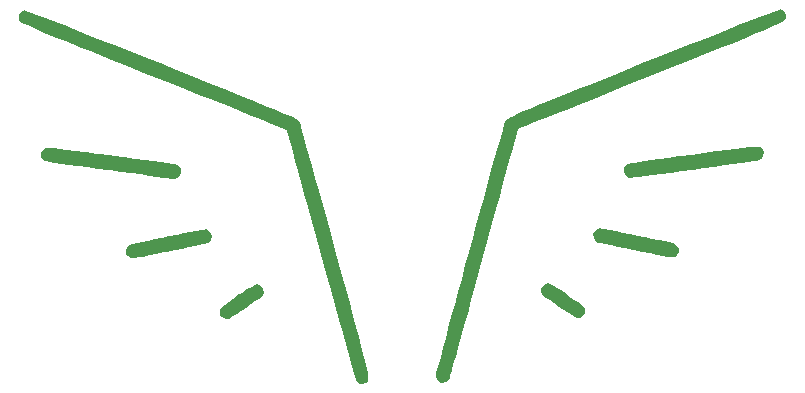
<source format=gbr>
%TF.GenerationSoftware,KiCad,Pcbnew,7.0.1-3b83917a11~171~ubuntu22.04.1*%
%TF.CreationDate,2023-03-24T21:35:45-04:00*%
%TF.ProjectId,whisper_plate,77686973-7065-4725-9f70-6c6174652e6b,v1.0.0*%
%TF.SameCoordinates,Original*%
%TF.FileFunction,Legend,Bot*%
%TF.FilePolarity,Positive*%
%FSLAX46Y46*%
G04 Gerber Fmt 4.6, Leading zero omitted, Abs format (unit mm)*
G04 Created by KiCad (PCBNEW 7.0.1-3b83917a11~171~ubuntu22.04.1) date 2023-03-24 21:35:45*
%MOMM*%
%LPD*%
G01*
G04 APERTURE LIST*
G04 APERTURE END LIST*
%TO.C,G\u002A\u002A\u002A*%
G36*
X242617400Y-98273315D02*
G01*
X242804607Y-98447922D01*
X242905927Y-98695274D01*
X242903426Y-98968194D01*
X242779167Y-99219502D01*
X242754518Y-99236866D01*
X242586292Y-99320492D01*
X242265529Y-99463788D01*
X241795805Y-99665290D01*
X241180696Y-99923536D01*
X240423777Y-100237060D01*
X239528623Y-100604398D01*
X238498810Y-101024087D01*
X237337914Y-101494662D01*
X236049509Y-102014660D01*
X234637172Y-102582615D01*
X233104477Y-103197065D01*
X231455000Y-103856545D01*
X230337187Y-104302928D01*
X229060999Y-104812605D01*
X227835897Y-105301932D01*
X226670728Y-105767374D01*
X225574341Y-106205394D01*
X224555583Y-106612455D01*
X223623304Y-106985021D01*
X222786351Y-107319556D01*
X222053572Y-107612523D01*
X221433816Y-107860387D01*
X220935930Y-108059610D01*
X220568763Y-108206656D01*
X220341163Y-108297990D01*
X220261978Y-108330074D01*
X220260705Y-108333470D01*
X220228276Y-108445804D01*
X220154412Y-108709961D01*
X220041761Y-109116300D01*
X219892970Y-109655181D01*
X219710688Y-110316964D01*
X219497563Y-111092009D01*
X219256241Y-111970677D01*
X218989372Y-112943327D01*
X218699603Y-114000319D01*
X218389582Y-115132014D01*
X218061956Y-116328771D01*
X217719374Y-117580950D01*
X217364483Y-118878912D01*
X217300030Y-119114675D01*
X216946114Y-120407977D01*
X216604191Y-121655314D01*
X216276973Y-122846900D01*
X215967170Y-123972953D01*
X215677492Y-125023687D01*
X215410651Y-125989318D01*
X215169356Y-126860063D01*
X214956319Y-127626138D01*
X214774249Y-128277757D01*
X214625858Y-128805137D01*
X214513857Y-129198493D01*
X214440954Y-129448042D01*
X214409862Y-129544000D01*
X214314794Y-129649700D01*
X214132357Y-129774980D01*
X214086800Y-129795481D01*
X213813139Y-129825820D01*
X213551998Y-129730421D01*
X213354206Y-129538519D01*
X213270591Y-129279346D01*
X213278910Y-129231615D01*
X213326896Y-129030115D01*
X213414740Y-128684588D01*
X213539231Y-128206797D01*
X213697159Y-127608508D01*
X213885314Y-126901483D01*
X214100485Y-126097488D01*
X214339462Y-125208287D01*
X214599034Y-124245643D01*
X214875990Y-123221321D01*
X215167120Y-122147085D01*
X215469214Y-121034699D01*
X215779060Y-119895927D01*
X216093449Y-118742535D01*
X216409171Y-117586285D01*
X216723013Y-116438942D01*
X217031767Y-115312270D01*
X217332221Y-114218034D01*
X217621165Y-113167997D01*
X217895388Y-112173924D01*
X218151680Y-111247579D01*
X218386831Y-110400725D01*
X218597630Y-109645129D01*
X218780866Y-108992552D01*
X218933329Y-108454760D01*
X219051808Y-108043518D01*
X219133093Y-107770588D01*
X219173974Y-107647735D01*
X219174862Y-107645765D01*
X219196141Y-107607731D01*
X219230600Y-107567253D01*
X219285822Y-107521154D01*
X219369390Y-107466260D01*
X219488890Y-107399394D01*
X219651902Y-107317382D01*
X219866012Y-107217047D01*
X220138803Y-107095215D01*
X220477858Y-106948709D01*
X220890760Y-106774355D01*
X221385094Y-106568977D01*
X221968442Y-106329399D01*
X222648389Y-106052446D01*
X223432517Y-105734943D01*
X224328410Y-105373713D01*
X225343651Y-104965582D01*
X226485825Y-104507374D01*
X227762514Y-103995913D01*
X229181302Y-103428025D01*
X230749773Y-102800533D01*
X230756639Y-102797786D01*
X232088657Y-102265486D01*
X233379299Y-101750728D01*
X234619657Y-101257016D01*
X235800829Y-100787853D01*
X236913908Y-100346745D01*
X237949990Y-99937193D01*
X238900170Y-99562703D01*
X239755544Y-99226778D01*
X240507205Y-98932921D01*
X241146250Y-98684636D01*
X241663774Y-98485428D01*
X242050871Y-98338800D01*
X242298637Y-98248255D01*
X242398167Y-98217297D01*
X242617400Y-98273315D01*
G37*
G36*
X178617088Y-98333057D02*
G01*
X178865173Y-98423728D01*
X179252566Y-98570475D01*
X179770361Y-98769791D01*
X180409649Y-99018172D01*
X181161524Y-99312115D01*
X182017081Y-99648115D01*
X182967411Y-100022666D01*
X184003608Y-100432266D01*
X185116765Y-100873408D01*
X186297976Y-101342589D01*
X187538334Y-101836304D01*
X188828931Y-102351049D01*
X190160862Y-102883319D01*
X191143101Y-103276415D01*
X192782850Y-103933641D01*
X194270840Y-104531443D01*
X195610847Y-105071372D01*
X196806643Y-105554980D01*
X197862003Y-105983820D01*
X198780701Y-106359442D01*
X199566509Y-106683399D01*
X200223202Y-106957243D01*
X200754553Y-107182524D01*
X201164337Y-107360796D01*
X201456326Y-107493609D01*
X201634295Y-107582515D01*
X201702017Y-107629067D01*
X201707752Y-107643832D01*
X201754167Y-107794341D01*
X201841624Y-108095383D01*
X201967421Y-108537243D01*
X202128859Y-109110201D01*
X202323238Y-109804541D01*
X202547856Y-110610545D01*
X202800016Y-111518495D01*
X203077015Y-112518674D01*
X203376154Y-113601363D01*
X203694733Y-114756846D01*
X204030051Y-115975404D01*
X204379409Y-117247321D01*
X204740107Y-118562878D01*
X204848327Y-118957896D01*
X205267201Y-120486361D01*
X205644023Y-121861655D01*
X205980649Y-123092024D01*
X206278935Y-124185713D01*
X206540737Y-125150969D01*
X206767913Y-125996038D01*
X206962318Y-126729167D01*
X207125809Y-127358602D01*
X207260242Y-127892589D01*
X207367474Y-128339375D01*
X207449361Y-128707206D01*
X207507759Y-129004328D01*
X207544526Y-129238987D01*
X207561516Y-129419430D01*
X207560587Y-129553904D01*
X207543596Y-129650653D01*
X207512397Y-129717926D01*
X207468849Y-129763967D01*
X207414807Y-129797024D01*
X207352128Y-129825343D01*
X207282667Y-129857169D01*
X207154094Y-129905717D01*
X206862799Y-129897600D01*
X206593467Y-129725652D01*
X206584305Y-129709941D01*
X206528087Y-129555950D01*
X206430371Y-129246787D01*
X206292939Y-128788749D01*
X206117570Y-128188132D01*
X205906045Y-127451233D01*
X205660145Y-126584349D01*
X205381649Y-125593777D01*
X205072338Y-124485813D01*
X204733993Y-123266754D01*
X204368393Y-121942897D01*
X203977320Y-120520538D01*
X203562553Y-119005975D01*
X203482446Y-118712928D01*
X203129341Y-117421680D01*
X202789128Y-116178337D01*
X202464449Y-114992519D01*
X202157947Y-113873847D01*
X201872265Y-112831942D01*
X201610045Y-111876425D01*
X201373929Y-111016917D01*
X201166561Y-110263038D01*
X200990583Y-109624408D01*
X200848637Y-109110649D01*
X200743366Y-108731382D01*
X200677413Y-108496227D01*
X200653420Y-108414804D01*
X200595835Y-108391410D01*
X200389982Y-108308754D01*
X200043232Y-108169853D01*
X199564432Y-107978244D01*
X198962431Y-107737463D01*
X198246077Y-107451047D01*
X197424219Y-107122531D01*
X196505705Y-106755453D01*
X195499382Y-106353349D01*
X194414099Y-105919755D01*
X193258705Y-105458208D01*
X192042047Y-104972244D01*
X190772974Y-104465400D01*
X189460334Y-103941211D01*
X188729812Y-103649346D01*
X187130617Y-103009244D01*
X185649757Y-102414808D01*
X184290807Y-101867502D01*
X183057343Y-101368790D01*
X181952940Y-100920136D01*
X180981173Y-100523004D01*
X180145619Y-100178859D01*
X179449852Y-99889164D01*
X178897448Y-99655383D01*
X178491982Y-99478981D01*
X178237030Y-99361422D01*
X178136167Y-99304169D01*
X178020669Y-99087319D01*
X178003543Y-98814533D01*
X178092541Y-98561260D01*
X178269728Y-98374677D01*
X178517167Y-98301964D01*
X178517217Y-98301964D01*
X178617088Y-98333057D01*
G37*
G36*
X240702846Y-109865162D02*
G01*
X240753966Y-109886480D01*
X240957626Y-110068619D01*
X241051610Y-110337148D01*
X241015819Y-110642167D01*
X241010027Y-110657939D01*
X240868127Y-110852221D01*
X240597308Y-110987326D01*
X240591496Y-110989141D01*
X240435378Y-111021999D01*
X240128225Y-111074508D01*
X239685562Y-111144389D01*
X239122915Y-111229363D01*
X238455811Y-111327152D01*
X237699775Y-111435478D01*
X236870333Y-111552062D01*
X235983010Y-111674626D01*
X235053334Y-111800892D01*
X234939288Y-111816236D01*
X234020778Y-111938723D01*
X233151008Y-112052826D01*
X232344853Y-112156711D01*
X231617192Y-112248548D01*
X230982901Y-112326504D01*
X230456860Y-112388747D01*
X230053944Y-112433447D01*
X229789032Y-112458770D01*
X229677000Y-112462885D01*
X229516762Y-112401328D01*
X229304056Y-112206726D01*
X229196152Y-111944710D01*
X229208042Y-111664084D01*
X229354716Y-111413654D01*
X229360586Y-111408054D01*
X229414902Y-111371425D01*
X229504596Y-111334303D01*
X229641721Y-111294765D01*
X229838328Y-111250888D01*
X230106467Y-111200748D01*
X230458191Y-111142423D01*
X230905551Y-111073987D01*
X231460598Y-110993519D01*
X232135383Y-110899094D01*
X232941958Y-110788789D01*
X233892373Y-110660681D01*
X234998681Y-110512845D01*
X235953380Y-110386208D01*
X237000354Y-110249136D01*
X237896185Y-110134281D01*
X238650014Y-110040604D01*
X239270983Y-109967067D01*
X239768232Y-109912633D01*
X240150902Y-109876263D01*
X240428133Y-109856920D01*
X240609068Y-109853566D01*
X240702846Y-109865162D01*
G37*
G36*
X180659593Y-109952357D02*
G01*
X181009211Y-109982787D01*
X181471813Y-110031040D01*
X182056507Y-110098135D01*
X182772401Y-110185090D01*
X183628604Y-110292927D01*
X184634222Y-110422664D01*
X185798366Y-110575320D01*
X186025360Y-110605329D01*
X186954314Y-110729378D01*
X187833934Y-110848783D01*
X188649393Y-110961413D01*
X189385867Y-111065136D01*
X190028530Y-111157822D01*
X190562556Y-111237338D01*
X190973120Y-111301553D01*
X191245398Y-111348336D01*
X191364563Y-111375555D01*
X191534566Y-111498337D01*
X191686683Y-111701271D01*
X191707402Y-111750435D01*
X191731243Y-112035158D01*
X191611069Y-112300480D01*
X191365334Y-112500502D01*
X191192876Y-112562151D01*
X191026667Y-112571652D01*
X191022431Y-112570669D01*
X190897824Y-112550893D01*
X190621936Y-112511235D01*
X190209502Y-112453699D01*
X189675259Y-112380294D01*
X189033943Y-112293024D01*
X188300290Y-112193896D01*
X187489035Y-112084917D01*
X186614916Y-111968092D01*
X185692667Y-111845429D01*
X185601752Y-111833354D01*
X184677830Y-111709309D01*
X183799546Y-111589047D01*
X182982185Y-111474809D01*
X182241037Y-111368838D01*
X181591387Y-111273378D01*
X181048523Y-111190672D01*
X180627731Y-111122962D01*
X180344299Y-111072491D01*
X180213514Y-111041503D01*
X180185375Y-111028948D01*
X179971345Y-110850231D01*
X179866906Y-110603860D01*
X179872132Y-110338956D01*
X179987097Y-110104644D01*
X180211874Y-109950045D01*
X180262876Y-109940885D01*
X180413851Y-109938729D01*
X180659593Y-109952357D01*
G37*
G36*
X227187011Y-116760246D02*
G01*
X227343512Y-116783929D01*
X227637415Y-116836250D01*
X228045651Y-116912613D01*
X228545150Y-117008424D01*
X229112842Y-117119089D01*
X229725659Y-117240013D01*
X230360529Y-117366602D01*
X230994383Y-117494260D01*
X231604153Y-117618394D01*
X232166768Y-117734409D01*
X232659158Y-117837710D01*
X233058255Y-117923704D01*
X233340987Y-117987794D01*
X233523271Y-118060069D01*
X233739986Y-118258857D01*
X233851824Y-118519980D01*
X233843234Y-118797463D01*
X233698667Y-119045333D01*
X233538551Y-119156141D01*
X233328389Y-119214667D01*
X233327408Y-119214660D01*
X233197505Y-119197248D01*
X232922131Y-119148979D01*
X232521137Y-119073706D01*
X232014376Y-118975284D01*
X231421698Y-118857567D01*
X230762956Y-118724409D01*
X230058000Y-118579667D01*
X230013195Y-118570398D01*
X229319695Y-118427099D01*
X228681206Y-118295462D01*
X228116194Y-118179270D01*
X227643126Y-118082309D01*
X227280468Y-118008364D01*
X227046685Y-117961222D01*
X226960244Y-117944667D01*
X226859676Y-117883239D01*
X226734622Y-117721916D01*
X226630310Y-117523722D01*
X226586667Y-117352000D01*
X226590520Y-117291365D01*
X226695457Y-117029811D01*
X226906369Y-116835457D01*
X227172793Y-116759333D01*
X227187011Y-116760246D01*
G37*
G36*
X193802507Y-116847896D02*
G01*
X194061174Y-116954003D01*
X194253383Y-117167270D01*
X194328667Y-117436667D01*
X194325109Y-117500530D01*
X194213509Y-117768505D01*
X193951740Y-117973632D01*
X193548345Y-118108557D01*
X193495990Y-118119406D01*
X193247564Y-118171155D01*
X192867048Y-118250634D01*
X192379171Y-118352669D01*
X191808662Y-118472087D01*
X191180251Y-118603714D01*
X190518667Y-118742377D01*
X190246964Y-118799068D01*
X189610724Y-118929654D01*
X189026240Y-119046673D01*
X188516277Y-119145747D01*
X188103600Y-119222504D01*
X187810975Y-119272566D01*
X187661167Y-119291560D01*
X187440235Y-119262598D01*
X187217533Y-119126164D01*
X187089168Y-118913208D01*
X187057902Y-118662545D01*
X187126501Y-118412989D01*
X187297727Y-118203356D01*
X187574347Y-118072460D01*
X187628358Y-118059785D01*
X187940140Y-117990205D01*
X188362933Y-117899787D01*
X188873669Y-117793127D01*
X189449278Y-117674820D01*
X190066690Y-117549459D01*
X190702836Y-117421639D01*
X191334645Y-117295955D01*
X191939048Y-117177002D01*
X192492976Y-117069373D01*
X192973359Y-116977664D01*
X193357127Y-116906469D01*
X193621211Y-116860383D01*
X193742542Y-116844000D01*
X193802507Y-116847896D01*
G37*
G36*
X198326065Y-121540705D02*
G01*
X198546378Y-121698280D01*
X198685996Y-121931629D01*
X198719835Y-122193501D01*
X198622808Y-122436645D01*
X198616512Y-122443766D01*
X198499155Y-122541515D01*
X198271837Y-122711183D01*
X197961835Y-122933981D01*
X197596428Y-123191121D01*
X197202892Y-123463814D01*
X196808505Y-123733273D01*
X196440545Y-123980708D01*
X196126290Y-124187332D01*
X195893015Y-124334356D01*
X195768000Y-124402992D01*
X195666248Y-124437171D01*
X195506717Y-124445959D01*
X195317934Y-124366658D01*
X195155760Y-124262315D01*
X195038867Y-124090234D01*
X195007297Y-123822592D01*
X195012586Y-123713909D01*
X195041525Y-123608650D01*
X195110892Y-123498800D01*
X195237416Y-123369447D01*
X195437828Y-123205681D01*
X195728858Y-122992591D01*
X196127235Y-122715266D01*
X196649691Y-122358795D01*
X196861273Y-122216447D01*
X197323319Y-121917444D01*
X197698925Y-121692190D01*
X197971862Y-121550120D01*
X198125901Y-121500667D01*
X198326065Y-121540705D01*
G37*
G36*
X222793073Y-121416961D02*
G01*
X222981402Y-121483183D01*
X223294166Y-121650747D01*
X223724526Y-121915711D01*
X224265643Y-122274128D01*
X224762666Y-122613134D01*
X225167452Y-122894437D01*
X225463967Y-123110682D01*
X225668942Y-123276780D01*
X225799106Y-123407642D01*
X225871189Y-123518180D01*
X225901923Y-123623304D01*
X225908037Y-123737925D01*
X225894171Y-123931961D01*
X225809176Y-124128292D01*
X225613000Y-124280208D01*
X225467712Y-124329905D01*
X225237216Y-124330856D01*
X225232511Y-124329633D01*
X225092700Y-124262191D01*
X224844689Y-124116101D01*
X224516203Y-123909997D01*
X224134968Y-123662510D01*
X223728712Y-123392273D01*
X223325160Y-123117919D01*
X222952040Y-122858079D01*
X222637076Y-122631388D01*
X222407996Y-122456476D01*
X222292527Y-122351978D01*
X222209138Y-122180780D01*
X222209586Y-121919030D01*
X222321251Y-121671942D01*
X222518966Y-121488079D01*
X222777568Y-121416000D01*
X222793073Y-121416961D01*
G37*
%TD*%
M02*

</source>
